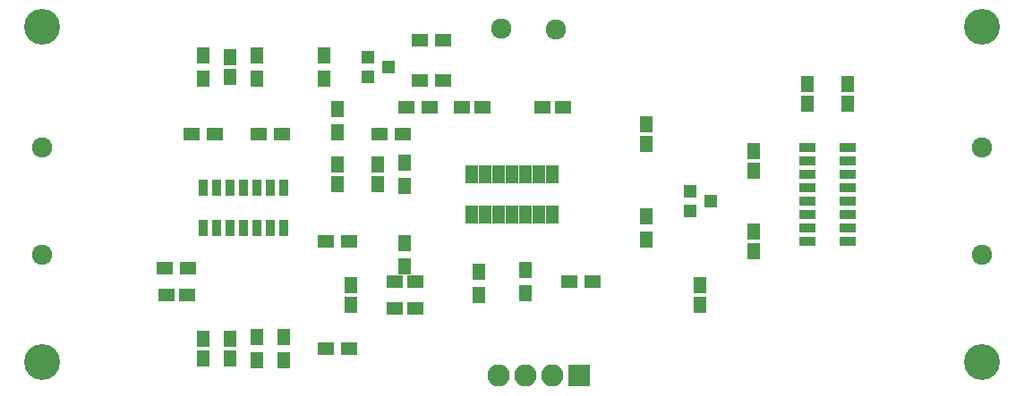
<source format=gbr>
G04 #@! TF.FileFunction,Soldermask,Top*
%FSLAX46Y46*%
G04 Gerber Fmt 4.6, Leading zero omitted, Abs format (unit mm)*
G04 Created by KiCad (PCBNEW 4.0.7) date Tuesday, October 17, 2017 'PMt' 02:11:27 PM*
%MOMM*%
%LPD*%
G01*
G04 APERTURE LIST*
%ADD10C,0.100000*%
%ADD11R,2.100000X2.100000*%
%ADD12O,2.100000X2.100000*%
%ADD13C,3.400000*%
%ADD14R,1.150000X1.600000*%
%ADD15R,1.600000X1.150000*%
%ADD16C,1.924000*%
%ADD17R,1.300000X1.200000*%
%ADD18R,1.600000X1.300000*%
%ADD19R,1.300000X1.600000*%
%ADD20R,0.900000X1.500000*%
%ADD21R,1.150000X1.700000*%
%ADD22R,1.500000X0.900000*%
G04 APERTURE END LIST*
D10*
D11*
X158750000Y-120650000D03*
D12*
X156210000Y-120650000D03*
X153670000Y-120650000D03*
X151130000Y-120650000D03*
D13*
X107950000Y-87630000D03*
D14*
X137160000Y-113980000D03*
X137160000Y-112080000D03*
D15*
X141290000Y-111760000D03*
X143190000Y-111760000D03*
X141290000Y-114300000D03*
X143190000Y-114300000D03*
D14*
X125730000Y-119060000D03*
X125730000Y-117160000D03*
X123190000Y-119060000D03*
X123190000Y-117160000D03*
D15*
X155260000Y-95250000D03*
X157160000Y-95250000D03*
X121600000Y-113030000D03*
X119700000Y-113030000D03*
X147640000Y-95250000D03*
X149540000Y-95250000D03*
D14*
X165100000Y-96840000D03*
X165100000Y-98740000D03*
X139700000Y-100650000D03*
X139700000Y-102550000D03*
X125730000Y-90490000D03*
X125730000Y-92390000D03*
X135890000Y-100650000D03*
X135890000Y-102550000D03*
X175260000Y-108900000D03*
X175260000Y-107000000D03*
X175260000Y-101280000D03*
X175260000Y-99380000D03*
X170180000Y-113980000D03*
X170180000Y-112080000D03*
X180340000Y-93030000D03*
X180340000Y-94930000D03*
X184150000Y-93030000D03*
X184150000Y-94930000D03*
D16*
X107950000Y-109220000D03*
X107950000Y-99060000D03*
X196850000Y-109220000D03*
X196850000Y-99060000D03*
D17*
X138700000Y-90490000D03*
X138700000Y-92390000D03*
X140700000Y-91440000D03*
X169180000Y-103190000D03*
X169180000Y-105090000D03*
X171180000Y-104140000D03*
D18*
X136990000Y-118110000D03*
X134790000Y-118110000D03*
X142410000Y-95250000D03*
X144610000Y-95250000D03*
D19*
X142240000Y-108120000D03*
X142240000Y-110320000D03*
D18*
X134790000Y-107950000D03*
X136990000Y-107950000D03*
D19*
X149225000Y-113030000D03*
X149225000Y-110830000D03*
X153670000Y-112860000D03*
X153670000Y-110660000D03*
D18*
X160020000Y-111760000D03*
X157820000Y-111760000D03*
D19*
X130810000Y-119210000D03*
X130810000Y-117010000D03*
X128270000Y-119210000D03*
X128270000Y-117010000D03*
D18*
X119550000Y-110490000D03*
X121750000Y-110490000D03*
D19*
X123190000Y-90340000D03*
X123190000Y-92540000D03*
X142240000Y-100500000D03*
X142240000Y-102700000D03*
D18*
X145880000Y-92710000D03*
X143680000Y-92710000D03*
X139870000Y-97790000D03*
X142070000Y-97790000D03*
X124290000Y-97790000D03*
X122090000Y-97790000D03*
D19*
X128270000Y-90340000D03*
X128270000Y-92540000D03*
X135890000Y-97620000D03*
X135890000Y-95420000D03*
X134620000Y-90340000D03*
X134620000Y-92540000D03*
D18*
X130640000Y-97790000D03*
X128440000Y-97790000D03*
X145880000Y-88900000D03*
X143680000Y-88900000D03*
D19*
X165100000Y-107780000D03*
X165100000Y-105580000D03*
D20*
X123190000Y-106680000D03*
X124460000Y-106680000D03*
X125730000Y-106680000D03*
X127000000Y-106680000D03*
X128270000Y-106680000D03*
X129540000Y-106680000D03*
X130810000Y-106680000D03*
X130810000Y-102870000D03*
X129540000Y-102870000D03*
X128270000Y-102870000D03*
X127000000Y-102870000D03*
X125730000Y-102870000D03*
X124460000Y-102870000D03*
X123190000Y-102870000D03*
D21*
X148590000Y-105410000D03*
X149860000Y-105410000D03*
X151130000Y-105410000D03*
X152400000Y-105410000D03*
X153670000Y-105410000D03*
X154940000Y-105410000D03*
X156210000Y-105410000D03*
X156210000Y-101600000D03*
X154940000Y-101600000D03*
X153670000Y-101600000D03*
X152400000Y-101600000D03*
X151130000Y-101600000D03*
X149860000Y-101600000D03*
X148590000Y-101600000D03*
D22*
X184150000Y-107950000D03*
X184150000Y-106680000D03*
X184150000Y-105410000D03*
X184150000Y-104140000D03*
X184150000Y-102870000D03*
X184150000Y-101600000D03*
X184150000Y-100330000D03*
X184150000Y-99060000D03*
X180340000Y-99060000D03*
X180340000Y-100330000D03*
X180340000Y-101600000D03*
X180340000Y-102870000D03*
X180340000Y-104140000D03*
X180340000Y-105410000D03*
X180340000Y-106680000D03*
X180340000Y-107950000D03*
D16*
X156510000Y-87920000D03*
X151330000Y-87830000D03*
D13*
X196850000Y-87630000D03*
X196850000Y-119380000D03*
X107950000Y-119380000D03*
M02*

</source>
